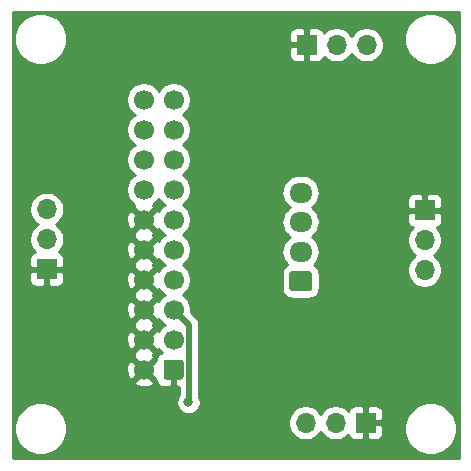
<source format=gbr>
%TF.GenerationSoftware,KiCad,Pcbnew,5.1.6-c6e7f7d~87~ubuntu18.04.1*%
%TF.CreationDate,2021-05-18T20:14:27+01:00*%
%TF.ProjectId,CheeseDistribution,43686565-7365-4446-9973-747269627574,rev?*%
%TF.SameCoordinates,Original*%
%TF.FileFunction,Copper,L2,Bot*%
%TF.FilePolarity,Positive*%
%FSLAX46Y46*%
G04 Gerber Fmt 4.6, Leading zero omitted, Abs format (unit mm)*
G04 Created by KiCad (PCBNEW 5.1.6-c6e7f7d~87~ubuntu18.04.1) date 2021-05-18 20:14:27*
%MOMM*%
%LPD*%
G01*
G04 APERTURE LIST*
%TA.AperFunction,ComponentPad*%
%ADD10C,1.700000*%
%TD*%
%TA.AperFunction,ComponentPad*%
%ADD11O,1.950000X1.700000*%
%TD*%
%TA.AperFunction,ComponentPad*%
%ADD12O,1.700000X1.700000*%
%TD*%
%TA.AperFunction,ComponentPad*%
%ADD13R,1.700000X1.700000*%
%TD*%
%TA.AperFunction,ViaPad*%
%ADD14C,0.800000*%
%TD*%
%TA.AperFunction,Conductor*%
%ADD15C,0.500000*%
%TD*%
%TA.AperFunction,Conductor*%
%ADD16C,0.254000*%
%TD*%
G04 APERTURE END LIST*
D10*
%TO.P,J1,20*%
%TO.N,2B*%
X169210000Y-103640000D03*
%TO.P,J1,18*%
%TO.N,2A*%
X169210000Y-106180000D03*
%TO.P,J1,16*%
%TO.N,1A*%
X169210000Y-108720000D03*
%TO.P,J1,14*%
%TO.N,1B*%
X169210000Y-111260000D03*
%TO.P,J1,12*%
%TO.N,GND*%
X169210000Y-113800000D03*
%TO.P,J1,10*%
X169210000Y-116340000D03*
%TO.P,J1,8*%
X169210000Y-118880000D03*
%TO.P,J1,6*%
X169210000Y-121420000D03*
%TO.P,J1,4*%
X169210000Y-123960000D03*
%TO.P,J1,2*%
X169210000Y-126500000D03*
%TO.P,J1,19*%
%TO.N,2B*%
X171750000Y-103640000D03*
%TO.P,J1,17*%
%TO.N,2A*%
X171750000Y-106180000D03*
%TO.P,J1,15*%
%TO.N,1A*%
X171750000Y-108720000D03*
%TO.P,J1,13*%
%TO.N,1B*%
X171750000Y-111260000D03*
%TO.P,J1,11*%
%TO.N,SERVO_3*%
X171750000Y-113800000D03*
%TO.P,J1,9*%
%TO.N,SERVO_2*%
X171750000Y-116340000D03*
%TO.P,J1,7*%
%TO.N,SERVO_1*%
X171750000Y-118880000D03*
%TO.P,J1,5*%
%TO.N,SERVO_0*%
X171750000Y-121420000D03*
%TO.P,J1,3*%
%TO.N,+5V*%
X171750000Y-123960000D03*
%TO.P,J1,1*%
%TO.N,GND*%
%TA.AperFunction,ComponentPad*%
G36*
G01*
X172600000Y-125900000D02*
X172600000Y-127100000D01*
G75*
G02*
X172350000Y-127350000I-250000J0D01*
G01*
X171150000Y-127350000D01*
G75*
G02*
X170900000Y-127100000I0J250000D01*
G01*
X170900000Y-125900000D01*
G75*
G02*
X171150000Y-125650000I250000J0D01*
G01*
X172350000Y-125650000D01*
G75*
G02*
X172600000Y-125900000I0J-250000D01*
G01*
G37*
%TD.AperFunction*%
%TD*%
D11*
%TO.P,J6,4*%
%TO.N,2B*%
X182500000Y-111500000D03*
%TO.P,J6,3*%
%TO.N,2A*%
X182500000Y-114000000D03*
%TO.P,J6,2*%
%TO.N,1A*%
X182500000Y-116500000D03*
%TO.P,J6,1*%
%TO.N,1B*%
%TA.AperFunction,ComponentPad*%
G36*
G01*
X183225000Y-119850000D02*
X181775000Y-119850000D01*
G75*
G02*
X181525000Y-119600000I0J250000D01*
G01*
X181525000Y-118400000D01*
G75*
G02*
X181775000Y-118150000I250000J0D01*
G01*
X183225000Y-118150000D01*
G75*
G02*
X183475000Y-118400000I0J-250000D01*
G01*
X183475000Y-119600000D01*
G75*
G02*
X183225000Y-119850000I-250000J0D01*
G01*
G37*
%TD.AperFunction*%
%TD*%
D12*
%TO.P,J5,3*%
%TO.N,SERVO_2*%
X193000000Y-118080000D03*
%TO.P,J5,2*%
%TO.N,+5V*%
X193000000Y-115540000D03*
D13*
%TO.P,J5,1*%
%TO.N,GND*%
X193000000Y-113000000D03*
%TD*%
D12*
%TO.P,J4,3*%
%TO.N,SERVO_1*%
X182920000Y-131000000D03*
%TO.P,J4,2*%
%TO.N,+5V*%
X185460000Y-131000000D03*
D13*
%TO.P,J4,1*%
%TO.N,GND*%
X188000000Y-131000000D03*
%TD*%
D12*
%TO.P,J3,3*%
%TO.N,SERVO_0*%
X161000000Y-112920000D03*
%TO.P,J3,2*%
%TO.N,+5V*%
X161000000Y-115460000D03*
D13*
%TO.P,J3,1*%
%TO.N,GND*%
X161000000Y-118000000D03*
%TD*%
D12*
%TO.P,J2,3*%
%TO.N,SERVO_3*%
X188080000Y-99000000D03*
%TO.P,J2,2*%
%TO.N,+5V*%
X185540000Y-99000000D03*
D13*
%TO.P,J2,1*%
%TO.N,GND*%
X183000000Y-99000000D03*
%TD*%
D14*
%TO.N,SERVO_0*%
X173000000Y-129250000D03*
%TD*%
D15*
%TO.N,SERVO_2*%
X192420000Y-118080000D02*
X193000000Y-118080000D01*
%TO.N,SERVO_0*%
X173050001Y-129199999D02*
X173000000Y-129250000D01*
X173050001Y-122720001D02*
X173050001Y-129199999D01*
X171750000Y-121420000D02*
X173050001Y-122720001D01*
%TD*%
D16*
%TO.N,GND*%
G36*
X195873000Y-134001662D02*
G01*
X158127000Y-134001662D01*
X158127000Y-131279872D01*
X158265000Y-131279872D01*
X158265000Y-131720128D01*
X158350890Y-132151925D01*
X158519369Y-132558669D01*
X158763962Y-132924729D01*
X159075271Y-133236038D01*
X159441331Y-133480631D01*
X159848075Y-133649110D01*
X160279872Y-133735000D01*
X160720128Y-133735000D01*
X161151925Y-133649110D01*
X161558669Y-133480631D01*
X161924729Y-133236038D01*
X162236038Y-132924729D01*
X162480631Y-132558669D01*
X162649110Y-132151925D01*
X162735000Y-131720128D01*
X162735000Y-131279872D01*
X162650237Y-130853740D01*
X181435000Y-130853740D01*
X181435000Y-131146260D01*
X181492068Y-131433158D01*
X181604010Y-131703411D01*
X181766525Y-131946632D01*
X181973368Y-132153475D01*
X182216589Y-132315990D01*
X182486842Y-132427932D01*
X182773740Y-132485000D01*
X183066260Y-132485000D01*
X183353158Y-132427932D01*
X183623411Y-132315990D01*
X183866632Y-132153475D01*
X184073475Y-131946632D01*
X184190000Y-131772240D01*
X184306525Y-131946632D01*
X184513368Y-132153475D01*
X184756589Y-132315990D01*
X185026842Y-132427932D01*
X185313740Y-132485000D01*
X185606260Y-132485000D01*
X185893158Y-132427932D01*
X186163411Y-132315990D01*
X186406632Y-132153475D01*
X186538487Y-132021620D01*
X186560498Y-132094180D01*
X186619463Y-132204494D01*
X186698815Y-132301185D01*
X186795506Y-132380537D01*
X186905820Y-132439502D01*
X187025518Y-132475812D01*
X187150000Y-132488072D01*
X187714250Y-132485000D01*
X187873000Y-132326250D01*
X187873000Y-131127000D01*
X188127000Y-131127000D01*
X188127000Y-132326250D01*
X188285750Y-132485000D01*
X188850000Y-132488072D01*
X188974482Y-132475812D01*
X189094180Y-132439502D01*
X189204494Y-132380537D01*
X189301185Y-132301185D01*
X189380537Y-132204494D01*
X189439502Y-132094180D01*
X189475812Y-131974482D01*
X189488072Y-131850000D01*
X189485000Y-131285750D01*
X189479122Y-131279872D01*
X191265000Y-131279872D01*
X191265000Y-131720128D01*
X191350890Y-132151925D01*
X191519369Y-132558669D01*
X191763962Y-132924729D01*
X192075271Y-133236038D01*
X192441331Y-133480631D01*
X192848075Y-133649110D01*
X193279872Y-133735000D01*
X193720128Y-133735000D01*
X194151925Y-133649110D01*
X194558669Y-133480631D01*
X194924729Y-133236038D01*
X195236038Y-132924729D01*
X195480631Y-132558669D01*
X195649110Y-132151925D01*
X195735000Y-131720128D01*
X195735000Y-131279872D01*
X195649110Y-130848075D01*
X195480631Y-130441331D01*
X195236038Y-130075271D01*
X194924729Y-129763962D01*
X194558669Y-129519369D01*
X194151925Y-129350890D01*
X193720128Y-129265000D01*
X193279872Y-129265000D01*
X192848075Y-129350890D01*
X192441331Y-129519369D01*
X192075271Y-129763962D01*
X191763962Y-130075271D01*
X191519369Y-130441331D01*
X191350890Y-130848075D01*
X191265000Y-131279872D01*
X189479122Y-131279872D01*
X189326250Y-131127000D01*
X188127000Y-131127000D01*
X187873000Y-131127000D01*
X187853000Y-131127000D01*
X187853000Y-130873000D01*
X187873000Y-130873000D01*
X187873000Y-129673750D01*
X188127000Y-129673750D01*
X188127000Y-130873000D01*
X189326250Y-130873000D01*
X189485000Y-130714250D01*
X189488072Y-130150000D01*
X189475812Y-130025518D01*
X189439502Y-129905820D01*
X189380537Y-129795506D01*
X189301185Y-129698815D01*
X189204494Y-129619463D01*
X189094180Y-129560498D01*
X188974482Y-129524188D01*
X188850000Y-129511928D01*
X188285750Y-129515000D01*
X188127000Y-129673750D01*
X187873000Y-129673750D01*
X187714250Y-129515000D01*
X187150000Y-129511928D01*
X187025518Y-129524188D01*
X186905820Y-129560498D01*
X186795506Y-129619463D01*
X186698815Y-129698815D01*
X186619463Y-129795506D01*
X186560498Y-129905820D01*
X186538487Y-129978380D01*
X186406632Y-129846525D01*
X186163411Y-129684010D01*
X185893158Y-129572068D01*
X185606260Y-129515000D01*
X185313740Y-129515000D01*
X185026842Y-129572068D01*
X184756589Y-129684010D01*
X184513368Y-129846525D01*
X184306525Y-130053368D01*
X184190000Y-130227760D01*
X184073475Y-130053368D01*
X183866632Y-129846525D01*
X183623411Y-129684010D01*
X183353158Y-129572068D01*
X183066260Y-129515000D01*
X182773740Y-129515000D01*
X182486842Y-129572068D01*
X182216589Y-129684010D01*
X181973368Y-129846525D01*
X181766525Y-130053368D01*
X181604010Y-130296589D01*
X181492068Y-130566842D01*
X181435000Y-130853740D01*
X162650237Y-130853740D01*
X162649110Y-130848075D01*
X162480631Y-130441331D01*
X162236038Y-130075271D01*
X161924729Y-129763962D01*
X161558669Y-129519369D01*
X161151925Y-129350890D01*
X160720128Y-129265000D01*
X160279872Y-129265000D01*
X159848075Y-129350890D01*
X159441331Y-129519369D01*
X159075271Y-129763962D01*
X158763962Y-130075271D01*
X158519369Y-130441331D01*
X158350890Y-130848075D01*
X158265000Y-131279872D01*
X158127000Y-131279872D01*
X158127000Y-127528397D01*
X168361208Y-127528397D01*
X168438843Y-127777472D01*
X168702883Y-127903371D01*
X168986411Y-127975339D01*
X169278531Y-127990611D01*
X169568019Y-127948599D01*
X169843747Y-127850919D01*
X169981157Y-127777472D01*
X170058792Y-127528397D01*
X169210000Y-126679605D01*
X168361208Y-127528397D01*
X158127000Y-127528397D01*
X158127000Y-126568531D01*
X167719389Y-126568531D01*
X167761401Y-126858019D01*
X167859081Y-127133747D01*
X167932528Y-127271157D01*
X168181603Y-127348792D01*
X169030395Y-126500000D01*
X168181603Y-125651208D01*
X167932528Y-125728843D01*
X167806629Y-125992883D01*
X167734661Y-126276411D01*
X167719389Y-126568531D01*
X158127000Y-126568531D01*
X158127000Y-124988397D01*
X168361208Y-124988397D01*
X168436514Y-125230000D01*
X168361208Y-125471603D01*
X169210000Y-126320395D01*
X170058792Y-125471603D01*
X169983486Y-125230000D01*
X170058792Y-124988397D01*
X169210000Y-124139605D01*
X168361208Y-124988397D01*
X158127000Y-124988397D01*
X158127000Y-124028531D01*
X167719389Y-124028531D01*
X167761401Y-124318019D01*
X167859081Y-124593747D01*
X167932528Y-124731157D01*
X168181603Y-124808792D01*
X169030395Y-123960000D01*
X168181603Y-123111208D01*
X167932528Y-123188843D01*
X167806629Y-123452883D01*
X167734661Y-123736411D01*
X167719389Y-124028531D01*
X158127000Y-124028531D01*
X158127000Y-122448397D01*
X168361208Y-122448397D01*
X168436514Y-122690000D01*
X168361208Y-122931603D01*
X169210000Y-123780395D01*
X170058792Y-122931603D01*
X169983486Y-122690000D01*
X170058792Y-122448397D01*
X169210000Y-121599605D01*
X168361208Y-122448397D01*
X158127000Y-122448397D01*
X158127000Y-121488531D01*
X167719389Y-121488531D01*
X167761401Y-121778019D01*
X167859081Y-122053747D01*
X167932528Y-122191157D01*
X168181603Y-122268792D01*
X169030395Y-121420000D01*
X168181603Y-120571208D01*
X167932528Y-120648843D01*
X167806629Y-120912883D01*
X167734661Y-121196411D01*
X167719389Y-121488531D01*
X158127000Y-121488531D01*
X158127000Y-119908397D01*
X168361208Y-119908397D01*
X168436514Y-120150000D01*
X168361208Y-120391603D01*
X169210000Y-121240395D01*
X170058792Y-120391603D01*
X169983486Y-120150000D01*
X170058792Y-119908397D01*
X169210000Y-119059605D01*
X168361208Y-119908397D01*
X158127000Y-119908397D01*
X158127000Y-118850000D01*
X159511928Y-118850000D01*
X159524188Y-118974482D01*
X159560498Y-119094180D01*
X159619463Y-119204494D01*
X159698815Y-119301185D01*
X159795506Y-119380537D01*
X159905820Y-119439502D01*
X160025518Y-119475812D01*
X160150000Y-119488072D01*
X160714250Y-119485000D01*
X160873000Y-119326250D01*
X160873000Y-118127000D01*
X161127000Y-118127000D01*
X161127000Y-119326250D01*
X161285750Y-119485000D01*
X161850000Y-119488072D01*
X161974482Y-119475812D01*
X162094180Y-119439502D01*
X162204494Y-119380537D01*
X162301185Y-119301185D01*
X162380537Y-119204494D01*
X162439502Y-119094180D01*
X162475812Y-118974482D01*
X162478367Y-118948531D01*
X167719389Y-118948531D01*
X167761401Y-119238019D01*
X167859081Y-119513747D01*
X167932528Y-119651157D01*
X168181603Y-119728792D01*
X169030395Y-118880000D01*
X168181603Y-118031208D01*
X167932528Y-118108843D01*
X167806629Y-118372883D01*
X167734661Y-118656411D01*
X167719389Y-118948531D01*
X162478367Y-118948531D01*
X162488072Y-118850000D01*
X162485000Y-118285750D01*
X162326250Y-118127000D01*
X161127000Y-118127000D01*
X160873000Y-118127000D01*
X159673750Y-118127000D01*
X159515000Y-118285750D01*
X159511928Y-118850000D01*
X158127000Y-118850000D01*
X158127000Y-117150000D01*
X159511928Y-117150000D01*
X159515000Y-117714250D01*
X159673750Y-117873000D01*
X160873000Y-117873000D01*
X160873000Y-117853000D01*
X161127000Y-117853000D01*
X161127000Y-117873000D01*
X162326250Y-117873000D01*
X162485000Y-117714250D01*
X162486882Y-117368397D01*
X168361208Y-117368397D01*
X168436514Y-117610000D01*
X168361208Y-117851603D01*
X169210000Y-118700395D01*
X170058792Y-117851603D01*
X169983486Y-117610000D01*
X170058792Y-117368397D01*
X169210000Y-116519605D01*
X168361208Y-117368397D01*
X162486882Y-117368397D01*
X162488072Y-117150000D01*
X162475812Y-117025518D01*
X162439502Y-116905820D01*
X162380537Y-116795506D01*
X162301185Y-116698815D01*
X162204494Y-116619463D01*
X162094180Y-116560498D01*
X162021620Y-116538487D01*
X162151576Y-116408531D01*
X167719389Y-116408531D01*
X167761401Y-116698019D01*
X167859081Y-116973747D01*
X167932528Y-117111157D01*
X168181603Y-117188792D01*
X169030395Y-116340000D01*
X168181603Y-115491208D01*
X167932528Y-115568843D01*
X167806629Y-115832883D01*
X167734661Y-116116411D01*
X167719389Y-116408531D01*
X162151576Y-116408531D01*
X162153475Y-116406632D01*
X162315990Y-116163411D01*
X162427932Y-115893158D01*
X162485000Y-115606260D01*
X162485000Y-115313740D01*
X162427932Y-115026842D01*
X162345734Y-114828397D01*
X168361208Y-114828397D01*
X168436514Y-115070000D01*
X168361208Y-115311603D01*
X169210000Y-116160395D01*
X170058792Y-115311603D01*
X169983486Y-115070000D01*
X170058792Y-114828397D01*
X169210000Y-113979605D01*
X168361208Y-114828397D01*
X162345734Y-114828397D01*
X162315990Y-114756589D01*
X162153475Y-114513368D01*
X161946632Y-114306525D01*
X161772240Y-114190000D01*
X161946632Y-114073475D01*
X162151576Y-113868531D01*
X167719389Y-113868531D01*
X167761401Y-114158019D01*
X167859081Y-114433747D01*
X167932528Y-114571157D01*
X168181603Y-114648792D01*
X169030395Y-113800000D01*
X168181603Y-112951208D01*
X167932528Y-113028843D01*
X167806629Y-113292883D01*
X167734661Y-113576411D01*
X167719389Y-113868531D01*
X162151576Y-113868531D01*
X162153475Y-113866632D01*
X162315990Y-113623411D01*
X162427932Y-113353158D01*
X162485000Y-113066260D01*
X162485000Y-112773740D01*
X162427932Y-112486842D01*
X162315990Y-112216589D01*
X162153475Y-111973368D01*
X161946632Y-111766525D01*
X161703411Y-111604010D01*
X161433158Y-111492068D01*
X161146260Y-111435000D01*
X160853740Y-111435000D01*
X160566842Y-111492068D01*
X160296589Y-111604010D01*
X160053368Y-111766525D01*
X159846525Y-111973368D01*
X159684010Y-112216589D01*
X159572068Y-112486842D01*
X159515000Y-112773740D01*
X159515000Y-113066260D01*
X159572068Y-113353158D01*
X159684010Y-113623411D01*
X159846525Y-113866632D01*
X160053368Y-114073475D01*
X160227760Y-114190000D01*
X160053368Y-114306525D01*
X159846525Y-114513368D01*
X159684010Y-114756589D01*
X159572068Y-115026842D01*
X159515000Y-115313740D01*
X159515000Y-115606260D01*
X159572068Y-115893158D01*
X159684010Y-116163411D01*
X159846525Y-116406632D01*
X159978380Y-116538487D01*
X159905820Y-116560498D01*
X159795506Y-116619463D01*
X159698815Y-116698815D01*
X159619463Y-116795506D01*
X159560498Y-116905820D01*
X159524188Y-117025518D01*
X159511928Y-117150000D01*
X158127000Y-117150000D01*
X158127000Y-103493740D01*
X167725000Y-103493740D01*
X167725000Y-103786260D01*
X167782068Y-104073158D01*
X167894010Y-104343411D01*
X168056525Y-104586632D01*
X168263368Y-104793475D01*
X168437760Y-104910000D01*
X168263368Y-105026525D01*
X168056525Y-105233368D01*
X167894010Y-105476589D01*
X167782068Y-105746842D01*
X167725000Y-106033740D01*
X167725000Y-106326260D01*
X167782068Y-106613158D01*
X167894010Y-106883411D01*
X168056525Y-107126632D01*
X168263368Y-107333475D01*
X168437760Y-107450000D01*
X168263368Y-107566525D01*
X168056525Y-107773368D01*
X167894010Y-108016589D01*
X167782068Y-108286842D01*
X167725000Y-108573740D01*
X167725000Y-108866260D01*
X167782068Y-109153158D01*
X167894010Y-109423411D01*
X168056525Y-109666632D01*
X168263368Y-109873475D01*
X168437760Y-109990000D01*
X168263368Y-110106525D01*
X168056525Y-110313368D01*
X167894010Y-110556589D01*
X167782068Y-110826842D01*
X167725000Y-111113740D01*
X167725000Y-111406260D01*
X167782068Y-111693158D01*
X167894010Y-111963411D01*
X168056525Y-112206632D01*
X168263368Y-112413475D01*
X168436729Y-112529311D01*
X168361208Y-112771603D01*
X169210000Y-113620395D01*
X170058792Y-112771603D01*
X169983271Y-112529311D01*
X170156632Y-112413475D01*
X170363475Y-112206632D01*
X170480000Y-112032240D01*
X170596525Y-112206632D01*
X170803368Y-112413475D01*
X170977760Y-112530000D01*
X170803368Y-112646525D01*
X170596525Y-112853368D01*
X170480689Y-113026729D01*
X170238397Y-112951208D01*
X169389605Y-113800000D01*
X170238397Y-114648792D01*
X170480689Y-114573271D01*
X170596525Y-114746632D01*
X170803368Y-114953475D01*
X170977760Y-115070000D01*
X170803368Y-115186525D01*
X170596525Y-115393368D01*
X170480689Y-115566729D01*
X170238397Y-115491208D01*
X169389605Y-116340000D01*
X170238397Y-117188792D01*
X170480689Y-117113271D01*
X170596525Y-117286632D01*
X170803368Y-117493475D01*
X170977760Y-117610000D01*
X170803368Y-117726525D01*
X170596525Y-117933368D01*
X170480689Y-118106729D01*
X170238397Y-118031208D01*
X169389605Y-118880000D01*
X170238397Y-119728792D01*
X170480689Y-119653271D01*
X170596525Y-119826632D01*
X170803368Y-120033475D01*
X170977760Y-120150000D01*
X170803368Y-120266525D01*
X170596525Y-120473368D01*
X170480689Y-120646729D01*
X170238397Y-120571208D01*
X169389605Y-121420000D01*
X170238397Y-122268792D01*
X170480689Y-122193271D01*
X170596525Y-122366632D01*
X170803368Y-122573475D01*
X170977760Y-122690000D01*
X170803368Y-122806525D01*
X170596525Y-123013368D01*
X170480689Y-123186729D01*
X170238397Y-123111208D01*
X169389605Y-123960000D01*
X170238397Y-124808792D01*
X170480689Y-124733271D01*
X170596525Y-124906632D01*
X170728380Y-125038487D01*
X170655820Y-125060498D01*
X170545506Y-125119463D01*
X170448815Y-125198815D01*
X170369463Y-125295506D01*
X170310498Y-125405820D01*
X170274188Y-125525518D01*
X170261928Y-125650000D01*
X170261975Y-125658557D01*
X170238397Y-125651208D01*
X169389605Y-126500000D01*
X170238397Y-127348792D01*
X170261975Y-127341443D01*
X170261928Y-127350000D01*
X170274188Y-127474482D01*
X170310498Y-127594180D01*
X170369463Y-127704494D01*
X170448815Y-127801185D01*
X170545506Y-127880537D01*
X170655820Y-127939502D01*
X170775518Y-127975812D01*
X170900000Y-127988072D01*
X171464250Y-127985000D01*
X171623000Y-127826250D01*
X171623000Y-126627000D01*
X171603000Y-126627000D01*
X171603000Y-126373000D01*
X171623000Y-126373000D01*
X171623000Y-126353000D01*
X171877000Y-126353000D01*
X171877000Y-126373000D01*
X171897000Y-126373000D01*
X171897000Y-126627000D01*
X171877000Y-126627000D01*
X171877000Y-127826250D01*
X172035750Y-127985000D01*
X172165002Y-127985704D01*
X172165002Y-128636712D01*
X172082795Y-128759744D01*
X172004774Y-128948102D01*
X171965000Y-129148061D01*
X171965000Y-129351939D01*
X172004774Y-129551898D01*
X172082795Y-129740256D01*
X172196063Y-129909774D01*
X172340226Y-130053937D01*
X172509744Y-130167205D01*
X172698102Y-130245226D01*
X172898061Y-130285000D01*
X173101939Y-130285000D01*
X173301898Y-130245226D01*
X173490256Y-130167205D01*
X173659774Y-130053937D01*
X173803937Y-129909774D01*
X173917205Y-129740256D01*
X173995226Y-129551898D01*
X174035000Y-129351939D01*
X174035000Y-129148061D01*
X173995226Y-128948102D01*
X173935001Y-128802707D01*
X173935001Y-122763467D01*
X173939282Y-122720000D01*
X173935001Y-122676534D01*
X173935001Y-122676524D01*
X173922196Y-122546511D01*
X173871590Y-122379688D01*
X173789412Y-122225942D01*
X173678818Y-122091184D01*
X173645051Y-122063472D01*
X173220539Y-121638960D01*
X173235000Y-121566260D01*
X173235000Y-121273740D01*
X173177932Y-120986842D01*
X173065990Y-120716589D01*
X172903475Y-120473368D01*
X172696632Y-120266525D01*
X172522240Y-120150000D01*
X172696632Y-120033475D01*
X172903475Y-119826632D01*
X173065990Y-119583411D01*
X173177932Y-119313158D01*
X173235000Y-119026260D01*
X173235000Y-118733740D01*
X173177932Y-118446842D01*
X173065990Y-118176589D01*
X172903475Y-117933368D01*
X172696632Y-117726525D01*
X172522240Y-117610000D01*
X172696632Y-117493475D01*
X172903475Y-117286632D01*
X173065990Y-117043411D01*
X173177932Y-116773158D01*
X173235000Y-116486260D01*
X173235000Y-116193740D01*
X173177932Y-115906842D01*
X173065990Y-115636589D01*
X172903475Y-115393368D01*
X172696632Y-115186525D01*
X172522240Y-115070000D01*
X172696632Y-114953475D01*
X172903475Y-114746632D01*
X173065990Y-114503411D01*
X173177932Y-114233158D01*
X173235000Y-113946260D01*
X173235000Y-113653740D01*
X173177932Y-113366842D01*
X173065990Y-113096589D01*
X172903475Y-112853368D01*
X172696632Y-112646525D01*
X172522240Y-112530000D01*
X172696632Y-112413475D01*
X172903475Y-112206632D01*
X173065990Y-111963411D01*
X173177932Y-111693158D01*
X173216353Y-111500000D01*
X180882815Y-111500000D01*
X180911487Y-111791111D01*
X180996401Y-112071034D01*
X181134294Y-112329014D01*
X181319866Y-112555134D01*
X181545986Y-112740706D01*
X181563374Y-112750000D01*
X181545986Y-112759294D01*
X181319866Y-112944866D01*
X181134294Y-113170986D01*
X180996401Y-113428966D01*
X180911487Y-113708889D01*
X180882815Y-114000000D01*
X180911487Y-114291111D01*
X180996401Y-114571034D01*
X181134294Y-114829014D01*
X181319866Y-115055134D01*
X181545986Y-115240706D01*
X181563374Y-115250000D01*
X181545986Y-115259294D01*
X181319866Y-115444866D01*
X181134294Y-115670986D01*
X180996401Y-115928966D01*
X180911487Y-116208889D01*
X180882815Y-116500000D01*
X180911487Y-116791111D01*
X180996401Y-117071034D01*
X181134294Y-117329014D01*
X181319866Y-117555134D01*
X181383337Y-117607223D01*
X181281614Y-117661595D01*
X181147038Y-117772038D01*
X181036595Y-117906614D01*
X180954528Y-118060150D01*
X180903992Y-118226746D01*
X180886928Y-118400000D01*
X180886928Y-119600000D01*
X180903992Y-119773254D01*
X180954528Y-119939850D01*
X181036595Y-120093386D01*
X181147038Y-120227962D01*
X181281614Y-120338405D01*
X181435150Y-120420472D01*
X181601746Y-120471008D01*
X181775000Y-120488072D01*
X183225000Y-120488072D01*
X183398254Y-120471008D01*
X183564850Y-120420472D01*
X183718386Y-120338405D01*
X183852962Y-120227962D01*
X183963405Y-120093386D01*
X184045472Y-119939850D01*
X184096008Y-119773254D01*
X184113072Y-119600000D01*
X184113072Y-118400000D01*
X184096008Y-118226746D01*
X184045472Y-118060150D01*
X183963405Y-117906614D01*
X183852962Y-117772038D01*
X183718386Y-117661595D01*
X183616663Y-117607223D01*
X183680134Y-117555134D01*
X183865706Y-117329014D01*
X184003599Y-117071034D01*
X184088513Y-116791111D01*
X184117185Y-116500000D01*
X184088513Y-116208889D01*
X184003599Y-115928966D01*
X183865706Y-115670986D01*
X183680134Y-115444866D01*
X183454014Y-115259294D01*
X183436626Y-115250000D01*
X183454014Y-115240706D01*
X183680134Y-115055134D01*
X183865706Y-114829014D01*
X184003599Y-114571034D01*
X184088513Y-114291111D01*
X184117185Y-114000000D01*
X184102412Y-113850000D01*
X191511928Y-113850000D01*
X191524188Y-113974482D01*
X191560498Y-114094180D01*
X191619463Y-114204494D01*
X191698815Y-114301185D01*
X191795506Y-114380537D01*
X191905820Y-114439502D01*
X191978380Y-114461513D01*
X191846525Y-114593368D01*
X191684010Y-114836589D01*
X191572068Y-115106842D01*
X191515000Y-115393740D01*
X191515000Y-115686260D01*
X191572068Y-115973158D01*
X191684010Y-116243411D01*
X191846525Y-116486632D01*
X192053368Y-116693475D01*
X192227760Y-116810000D01*
X192053368Y-116926525D01*
X191846525Y-117133368D01*
X191684010Y-117376589D01*
X191572068Y-117646842D01*
X191515000Y-117933740D01*
X191515000Y-118226260D01*
X191572068Y-118513158D01*
X191684010Y-118783411D01*
X191846525Y-119026632D01*
X192053368Y-119233475D01*
X192296589Y-119395990D01*
X192566842Y-119507932D01*
X192853740Y-119565000D01*
X193146260Y-119565000D01*
X193433158Y-119507932D01*
X193703411Y-119395990D01*
X193946632Y-119233475D01*
X194153475Y-119026632D01*
X194315990Y-118783411D01*
X194427932Y-118513158D01*
X194485000Y-118226260D01*
X194485000Y-117933740D01*
X194427932Y-117646842D01*
X194315990Y-117376589D01*
X194153475Y-117133368D01*
X193946632Y-116926525D01*
X193772240Y-116810000D01*
X193946632Y-116693475D01*
X194153475Y-116486632D01*
X194315990Y-116243411D01*
X194427932Y-115973158D01*
X194485000Y-115686260D01*
X194485000Y-115393740D01*
X194427932Y-115106842D01*
X194315990Y-114836589D01*
X194153475Y-114593368D01*
X194021620Y-114461513D01*
X194094180Y-114439502D01*
X194204494Y-114380537D01*
X194301185Y-114301185D01*
X194380537Y-114204494D01*
X194439502Y-114094180D01*
X194475812Y-113974482D01*
X194488072Y-113850000D01*
X194485000Y-113285750D01*
X194326250Y-113127000D01*
X193127000Y-113127000D01*
X193127000Y-113147000D01*
X192873000Y-113147000D01*
X192873000Y-113127000D01*
X191673750Y-113127000D01*
X191515000Y-113285750D01*
X191511928Y-113850000D01*
X184102412Y-113850000D01*
X184088513Y-113708889D01*
X184003599Y-113428966D01*
X183865706Y-113170986D01*
X183680134Y-112944866D01*
X183454014Y-112759294D01*
X183436626Y-112750000D01*
X183454014Y-112740706D01*
X183680134Y-112555134D01*
X183865706Y-112329014D01*
X183961390Y-112150000D01*
X191511928Y-112150000D01*
X191515000Y-112714250D01*
X191673750Y-112873000D01*
X192873000Y-112873000D01*
X192873000Y-111673750D01*
X193127000Y-111673750D01*
X193127000Y-112873000D01*
X194326250Y-112873000D01*
X194485000Y-112714250D01*
X194488072Y-112150000D01*
X194475812Y-112025518D01*
X194439502Y-111905820D01*
X194380537Y-111795506D01*
X194301185Y-111698815D01*
X194204494Y-111619463D01*
X194094180Y-111560498D01*
X193974482Y-111524188D01*
X193850000Y-111511928D01*
X193285750Y-111515000D01*
X193127000Y-111673750D01*
X192873000Y-111673750D01*
X192714250Y-111515000D01*
X192150000Y-111511928D01*
X192025518Y-111524188D01*
X191905820Y-111560498D01*
X191795506Y-111619463D01*
X191698815Y-111698815D01*
X191619463Y-111795506D01*
X191560498Y-111905820D01*
X191524188Y-112025518D01*
X191511928Y-112150000D01*
X183961390Y-112150000D01*
X184003599Y-112071034D01*
X184088513Y-111791111D01*
X184117185Y-111500000D01*
X184088513Y-111208889D01*
X184003599Y-110928966D01*
X183865706Y-110670986D01*
X183680134Y-110444866D01*
X183454014Y-110259294D01*
X183196034Y-110121401D01*
X182916111Y-110036487D01*
X182697950Y-110015000D01*
X182302050Y-110015000D01*
X182083889Y-110036487D01*
X181803966Y-110121401D01*
X181545986Y-110259294D01*
X181319866Y-110444866D01*
X181134294Y-110670986D01*
X180996401Y-110928966D01*
X180911487Y-111208889D01*
X180882815Y-111500000D01*
X173216353Y-111500000D01*
X173235000Y-111406260D01*
X173235000Y-111113740D01*
X173177932Y-110826842D01*
X173065990Y-110556589D01*
X172903475Y-110313368D01*
X172696632Y-110106525D01*
X172522240Y-109990000D01*
X172696632Y-109873475D01*
X172903475Y-109666632D01*
X173065990Y-109423411D01*
X173177932Y-109153158D01*
X173235000Y-108866260D01*
X173235000Y-108573740D01*
X173177932Y-108286842D01*
X173065990Y-108016589D01*
X172903475Y-107773368D01*
X172696632Y-107566525D01*
X172522240Y-107450000D01*
X172696632Y-107333475D01*
X172903475Y-107126632D01*
X173065990Y-106883411D01*
X173177932Y-106613158D01*
X173235000Y-106326260D01*
X173235000Y-106033740D01*
X173177932Y-105746842D01*
X173065990Y-105476589D01*
X172903475Y-105233368D01*
X172696632Y-105026525D01*
X172522240Y-104910000D01*
X172696632Y-104793475D01*
X172903475Y-104586632D01*
X173065990Y-104343411D01*
X173177932Y-104073158D01*
X173235000Y-103786260D01*
X173235000Y-103493740D01*
X173177932Y-103206842D01*
X173065990Y-102936589D01*
X172903475Y-102693368D01*
X172696632Y-102486525D01*
X172453411Y-102324010D01*
X172183158Y-102212068D01*
X171896260Y-102155000D01*
X171603740Y-102155000D01*
X171316842Y-102212068D01*
X171046589Y-102324010D01*
X170803368Y-102486525D01*
X170596525Y-102693368D01*
X170480000Y-102867760D01*
X170363475Y-102693368D01*
X170156632Y-102486525D01*
X169913411Y-102324010D01*
X169643158Y-102212068D01*
X169356260Y-102155000D01*
X169063740Y-102155000D01*
X168776842Y-102212068D01*
X168506589Y-102324010D01*
X168263368Y-102486525D01*
X168056525Y-102693368D01*
X167894010Y-102936589D01*
X167782068Y-103206842D01*
X167725000Y-103493740D01*
X158127000Y-103493740D01*
X158127000Y-98279872D01*
X158265000Y-98279872D01*
X158265000Y-98720128D01*
X158350890Y-99151925D01*
X158519369Y-99558669D01*
X158763962Y-99924729D01*
X159075271Y-100236038D01*
X159441331Y-100480631D01*
X159848075Y-100649110D01*
X160279872Y-100735000D01*
X160720128Y-100735000D01*
X161151925Y-100649110D01*
X161558669Y-100480631D01*
X161924729Y-100236038D01*
X162236038Y-99924729D01*
X162285970Y-99850000D01*
X181511928Y-99850000D01*
X181524188Y-99974482D01*
X181560498Y-100094180D01*
X181619463Y-100204494D01*
X181698815Y-100301185D01*
X181795506Y-100380537D01*
X181905820Y-100439502D01*
X182025518Y-100475812D01*
X182150000Y-100488072D01*
X182714250Y-100485000D01*
X182873000Y-100326250D01*
X182873000Y-99127000D01*
X181673750Y-99127000D01*
X181515000Y-99285750D01*
X181511928Y-99850000D01*
X162285970Y-99850000D01*
X162480631Y-99558669D01*
X162649110Y-99151925D01*
X162735000Y-98720128D01*
X162735000Y-98279872D01*
X162709167Y-98150000D01*
X181511928Y-98150000D01*
X181515000Y-98714250D01*
X181673750Y-98873000D01*
X182873000Y-98873000D01*
X182873000Y-97673750D01*
X183127000Y-97673750D01*
X183127000Y-98873000D01*
X183147000Y-98873000D01*
X183147000Y-99127000D01*
X183127000Y-99127000D01*
X183127000Y-100326250D01*
X183285750Y-100485000D01*
X183850000Y-100488072D01*
X183974482Y-100475812D01*
X184094180Y-100439502D01*
X184204494Y-100380537D01*
X184301185Y-100301185D01*
X184380537Y-100204494D01*
X184439502Y-100094180D01*
X184461513Y-100021620D01*
X184593368Y-100153475D01*
X184836589Y-100315990D01*
X185106842Y-100427932D01*
X185393740Y-100485000D01*
X185686260Y-100485000D01*
X185973158Y-100427932D01*
X186243411Y-100315990D01*
X186486632Y-100153475D01*
X186693475Y-99946632D01*
X186810000Y-99772240D01*
X186926525Y-99946632D01*
X187133368Y-100153475D01*
X187376589Y-100315990D01*
X187646842Y-100427932D01*
X187933740Y-100485000D01*
X188226260Y-100485000D01*
X188513158Y-100427932D01*
X188783411Y-100315990D01*
X189026632Y-100153475D01*
X189233475Y-99946632D01*
X189395990Y-99703411D01*
X189507932Y-99433158D01*
X189565000Y-99146260D01*
X189565000Y-98853740D01*
X189507932Y-98566842D01*
X189395990Y-98296589D01*
X189384821Y-98279872D01*
X191265000Y-98279872D01*
X191265000Y-98720128D01*
X191350890Y-99151925D01*
X191519369Y-99558669D01*
X191763962Y-99924729D01*
X192075271Y-100236038D01*
X192441331Y-100480631D01*
X192848075Y-100649110D01*
X193279872Y-100735000D01*
X193720128Y-100735000D01*
X194151925Y-100649110D01*
X194558669Y-100480631D01*
X194924729Y-100236038D01*
X195236038Y-99924729D01*
X195480631Y-99558669D01*
X195649110Y-99151925D01*
X195735000Y-98720128D01*
X195735000Y-98279872D01*
X195649110Y-97848075D01*
X195480631Y-97441331D01*
X195236038Y-97075271D01*
X194924729Y-96763962D01*
X194558669Y-96519369D01*
X194151925Y-96350890D01*
X193720128Y-96265000D01*
X193279872Y-96265000D01*
X192848075Y-96350890D01*
X192441331Y-96519369D01*
X192075271Y-96763962D01*
X191763962Y-97075271D01*
X191519369Y-97441331D01*
X191350890Y-97848075D01*
X191265000Y-98279872D01*
X189384821Y-98279872D01*
X189233475Y-98053368D01*
X189026632Y-97846525D01*
X188783411Y-97684010D01*
X188513158Y-97572068D01*
X188226260Y-97515000D01*
X187933740Y-97515000D01*
X187646842Y-97572068D01*
X187376589Y-97684010D01*
X187133368Y-97846525D01*
X186926525Y-98053368D01*
X186810000Y-98227760D01*
X186693475Y-98053368D01*
X186486632Y-97846525D01*
X186243411Y-97684010D01*
X185973158Y-97572068D01*
X185686260Y-97515000D01*
X185393740Y-97515000D01*
X185106842Y-97572068D01*
X184836589Y-97684010D01*
X184593368Y-97846525D01*
X184461513Y-97978380D01*
X184439502Y-97905820D01*
X184380537Y-97795506D01*
X184301185Y-97698815D01*
X184204494Y-97619463D01*
X184094180Y-97560498D01*
X183974482Y-97524188D01*
X183850000Y-97511928D01*
X183285750Y-97515000D01*
X183127000Y-97673750D01*
X182873000Y-97673750D01*
X182714250Y-97515000D01*
X182150000Y-97511928D01*
X182025518Y-97524188D01*
X181905820Y-97560498D01*
X181795506Y-97619463D01*
X181698815Y-97698815D01*
X181619463Y-97795506D01*
X181560498Y-97905820D01*
X181524188Y-98025518D01*
X181511928Y-98150000D01*
X162709167Y-98150000D01*
X162649110Y-97848075D01*
X162480631Y-97441331D01*
X162236038Y-97075271D01*
X161924729Y-96763962D01*
X161558669Y-96519369D01*
X161151925Y-96350890D01*
X160720128Y-96265000D01*
X160279872Y-96265000D01*
X159848075Y-96350890D01*
X159441331Y-96519369D01*
X159075271Y-96763962D01*
X158763962Y-97075271D01*
X158519369Y-97441331D01*
X158350890Y-97848075D01*
X158265000Y-98279872D01*
X158127000Y-98279872D01*
X158127000Y-96255662D01*
X195873000Y-96255662D01*
X195873000Y-134001662D01*
G37*
X195873000Y-134001662D02*
X158127000Y-134001662D01*
X158127000Y-131279872D01*
X158265000Y-131279872D01*
X158265000Y-131720128D01*
X158350890Y-132151925D01*
X158519369Y-132558669D01*
X158763962Y-132924729D01*
X159075271Y-133236038D01*
X159441331Y-133480631D01*
X159848075Y-133649110D01*
X160279872Y-133735000D01*
X160720128Y-133735000D01*
X161151925Y-133649110D01*
X161558669Y-133480631D01*
X161924729Y-133236038D01*
X162236038Y-132924729D01*
X162480631Y-132558669D01*
X162649110Y-132151925D01*
X162735000Y-131720128D01*
X162735000Y-131279872D01*
X162650237Y-130853740D01*
X181435000Y-130853740D01*
X181435000Y-131146260D01*
X181492068Y-131433158D01*
X181604010Y-131703411D01*
X181766525Y-131946632D01*
X181973368Y-132153475D01*
X182216589Y-132315990D01*
X182486842Y-132427932D01*
X182773740Y-132485000D01*
X183066260Y-132485000D01*
X183353158Y-132427932D01*
X183623411Y-132315990D01*
X183866632Y-132153475D01*
X184073475Y-131946632D01*
X184190000Y-131772240D01*
X184306525Y-131946632D01*
X184513368Y-132153475D01*
X184756589Y-132315990D01*
X185026842Y-132427932D01*
X185313740Y-132485000D01*
X185606260Y-132485000D01*
X185893158Y-132427932D01*
X186163411Y-132315990D01*
X186406632Y-132153475D01*
X186538487Y-132021620D01*
X186560498Y-132094180D01*
X186619463Y-132204494D01*
X186698815Y-132301185D01*
X186795506Y-132380537D01*
X186905820Y-132439502D01*
X187025518Y-132475812D01*
X187150000Y-132488072D01*
X187714250Y-132485000D01*
X187873000Y-132326250D01*
X187873000Y-131127000D01*
X188127000Y-131127000D01*
X188127000Y-132326250D01*
X188285750Y-132485000D01*
X188850000Y-132488072D01*
X188974482Y-132475812D01*
X189094180Y-132439502D01*
X189204494Y-132380537D01*
X189301185Y-132301185D01*
X189380537Y-132204494D01*
X189439502Y-132094180D01*
X189475812Y-131974482D01*
X189488072Y-131850000D01*
X189485000Y-131285750D01*
X189479122Y-131279872D01*
X191265000Y-131279872D01*
X191265000Y-131720128D01*
X191350890Y-132151925D01*
X191519369Y-132558669D01*
X191763962Y-132924729D01*
X192075271Y-133236038D01*
X192441331Y-133480631D01*
X192848075Y-133649110D01*
X193279872Y-133735000D01*
X193720128Y-133735000D01*
X194151925Y-133649110D01*
X194558669Y-133480631D01*
X194924729Y-133236038D01*
X195236038Y-132924729D01*
X195480631Y-132558669D01*
X195649110Y-132151925D01*
X195735000Y-131720128D01*
X195735000Y-131279872D01*
X195649110Y-130848075D01*
X195480631Y-130441331D01*
X195236038Y-130075271D01*
X194924729Y-129763962D01*
X194558669Y-129519369D01*
X194151925Y-129350890D01*
X193720128Y-129265000D01*
X193279872Y-129265000D01*
X192848075Y-129350890D01*
X192441331Y-129519369D01*
X192075271Y-129763962D01*
X191763962Y-130075271D01*
X191519369Y-130441331D01*
X191350890Y-130848075D01*
X191265000Y-131279872D01*
X189479122Y-131279872D01*
X189326250Y-131127000D01*
X188127000Y-131127000D01*
X187873000Y-131127000D01*
X187853000Y-131127000D01*
X187853000Y-130873000D01*
X187873000Y-130873000D01*
X187873000Y-129673750D01*
X188127000Y-129673750D01*
X188127000Y-130873000D01*
X189326250Y-130873000D01*
X189485000Y-130714250D01*
X189488072Y-130150000D01*
X189475812Y-130025518D01*
X189439502Y-129905820D01*
X189380537Y-129795506D01*
X189301185Y-129698815D01*
X189204494Y-129619463D01*
X189094180Y-129560498D01*
X188974482Y-129524188D01*
X188850000Y-129511928D01*
X188285750Y-129515000D01*
X188127000Y-129673750D01*
X187873000Y-129673750D01*
X187714250Y-129515000D01*
X187150000Y-129511928D01*
X187025518Y-129524188D01*
X186905820Y-129560498D01*
X186795506Y-129619463D01*
X186698815Y-129698815D01*
X186619463Y-129795506D01*
X186560498Y-129905820D01*
X186538487Y-129978380D01*
X186406632Y-129846525D01*
X186163411Y-129684010D01*
X185893158Y-129572068D01*
X185606260Y-129515000D01*
X185313740Y-129515000D01*
X185026842Y-129572068D01*
X184756589Y-129684010D01*
X184513368Y-129846525D01*
X184306525Y-130053368D01*
X184190000Y-130227760D01*
X184073475Y-130053368D01*
X183866632Y-129846525D01*
X183623411Y-129684010D01*
X183353158Y-129572068D01*
X183066260Y-129515000D01*
X182773740Y-129515000D01*
X182486842Y-129572068D01*
X182216589Y-129684010D01*
X181973368Y-129846525D01*
X181766525Y-130053368D01*
X181604010Y-130296589D01*
X181492068Y-130566842D01*
X181435000Y-130853740D01*
X162650237Y-130853740D01*
X162649110Y-130848075D01*
X162480631Y-130441331D01*
X162236038Y-130075271D01*
X161924729Y-129763962D01*
X161558669Y-129519369D01*
X161151925Y-129350890D01*
X160720128Y-129265000D01*
X160279872Y-129265000D01*
X159848075Y-129350890D01*
X159441331Y-129519369D01*
X159075271Y-129763962D01*
X158763962Y-130075271D01*
X158519369Y-130441331D01*
X158350890Y-130848075D01*
X158265000Y-131279872D01*
X158127000Y-131279872D01*
X158127000Y-127528397D01*
X168361208Y-127528397D01*
X168438843Y-127777472D01*
X168702883Y-127903371D01*
X168986411Y-127975339D01*
X169278531Y-127990611D01*
X169568019Y-127948599D01*
X169843747Y-127850919D01*
X169981157Y-127777472D01*
X170058792Y-127528397D01*
X169210000Y-126679605D01*
X168361208Y-127528397D01*
X158127000Y-127528397D01*
X158127000Y-126568531D01*
X167719389Y-126568531D01*
X167761401Y-126858019D01*
X167859081Y-127133747D01*
X167932528Y-127271157D01*
X168181603Y-127348792D01*
X169030395Y-126500000D01*
X168181603Y-125651208D01*
X167932528Y-125728843D01*
X167806629Y-125992883D01*
X167734661Y-126276411D01*
X167719389Y-126568531D01*
X158127000Y-126568531D01*
X158127000Y-124988397D01*
X168361208Y-124988397D01*
X168436514Y-125230000D01*
X168361208Y-125471603D01*
X169210000Y-126320395D01*
X170058792Y-125471603D01*
X169983486Y-125230000D01*
X170058792Y-124988397D01*
X169210000Y-124139605D01*
X168361208Y-124988397D01*
X158127000Y-124988397D01*
X158127000Y-124028531D01*
X167719389Y-124028531D01*
X167761401Y-124318019D01*
X167859081Y-124593747D01*
X167932528Y-124731157D01*
X168181603Y-124808792D01*
X169030395Y-123960000D01*
X168181603Y-123111208D01*
X167932528Y-123188843D01*
X167806629Y-123452883D01*
X167734661Y-123736411D01*
X167719389Y-124028531D01*
X158127000Y-124028531D01*
X158127000Y-122448397D01*
X168361208Y-122448397D01*
X168436514Y-122690000D01*
X168361208Y-122931603D01*
X169210000Y-123780395D01*
X170058792Y-122931603D01*
X169983486Y-122690000D01*
X170058792Y-122448397D01*
X169210000Y-121599605D01*
X168361208Y-122448397D01*
X158127000Y-122448397D01*
X158127000Y-121488531D01*
X167719389Y-121488531D01*
X167761401Y-121778019D01*
X167859081Y-122053747D01*
X167932528Y-122191157D01*
X168181603Y-122268792D01*
X169030395Y-121420000D01*
X168181603Y-120571208D01*
X167932528Y-120648843D01*
X167806629Y-120912883D01*
X167734661Y-121196411D01*
X167719389Y-121488531D01*
X158127000Y-121488531D01*
X158127000Y-119908397D01*
X168361208Y-119908397D01*
X168436514Y-120150000D01*
X168361208Y-120391603D01*
X169210000Y-121240395D01*
X170058792Y-120391603D01*
X169983486Y-120150000D01*
X170058792Y-119908397D01*
X169210000Y-119059605D01*
X168361208Y-119908397D01*
X158127000Y-119908397D01*
X158127000Y-118850000D01*
X159511928Y-118850000D01*
X159524188Y-118974482D01*
X159560498Y-119094180D01*
X159619463Y-119204494D01*
X159698815Y-119301185D01*
X159795506Y-119380537D01*
X159905820Y-119439502D01*
X160025518Y-119475812D01*
X160150000Y-119488072D01*
X160714250Y-119485000D01*
X160873000Y-119326250D01*
X160873000Y-118127000D01*
X161127000Y-118127000D01*
X161127000Y-119326250D01*
X161285750Y-119485000D01*
X161850000Y-119488072D01*
X161974482Y-119475812D01*
X162094180Y-119439502D01*
X162204494Y-119380537D01*
X162301185Y-119301185D01*
X162380537Y-119204494D01*
X162439502Y-119094180D01*
X162475812Y-118974482D01*
X162478367Y-118948531D01*
X167719389Y-118948531D01*
X167761401Y-119238019D01*
X167859081Y-119513747D01*
X167932528Y-119651157D01*
X168181603Y-119728792D01*
X169030395Y-118880000D01*
X168181603Y-118031208D01*
X167932528Y-118108843D01*
X167806629Y-118372883D01*
X167734661Y-118656411D01*
X167719389Y-118948531D01*
X162478367Y-118948531D01*
X162488072Y-118850000D01*
X162485000Y-118285750D01*
X162326250Y-118127000D01*
X161127000Y-118127000D01*
X160873000Y-118127000D01*
X159673750Y-118127000D01*
X159515000Y-118285750D01*
X159511928Y-118850000D01*
X158127000Y-118850000D01*
X158127000Y-117150000D01*
X159511928Y-117150000D01*
X159515000Y-117714250D01*
X159673750Y-117873000D01*
X160873000Y-117873000D01*
X160873000Y-117853000D01*
X161127000Y-117853000D01*
X161127000Y-117873000D01*
X162326250Y-117873000D01*
X162485000Y-117714250D01*
X162486882Y-117368397D01*
X168361208Y-117368397D01*
X168436514Y-117610000D01*
X168361208Y-117851603D01*
X169210000Y-118700395D01*
X170058792Y-117851603D01*
X169983486Y-117610000D01*
X170058792Y-117368397D01*
X169210000Y-116519605D01*
X168361208Y-117368397D01*
X162486882Y-117368397D01*
X162488072Y-117150000D01*
X162475812Y-117025518D01*
X162439502Y-116905820D01*
X162380537Y-116795506D01*
X162301185Y-116698815D01*
X162204494Y-116619463D01*
X162094180Y-116560498D01*
X162021620Y-116538487D01*
X162151576Y-116408531D01*
X167719389Y-116408531D01*
X167761401Y-116698019D01*
X167859081Y-116973747D01*
X167932528Y-117111157D01*
X168181603Y-117188792D01*
X169030395Y-116340000D01*
X168181603Y-115491208D01*
X167932528Y-115568843D01*
X167806629Y-115832883D01*
X167734661Y-116116411D01*
X167719389Y-116408531D01*
X162151576Y-116408531D01*
X162153475Y-116406632D01*
X162315990Y-116163411D01*
X162427932Y-115893158D01*
X162485000Y-115606260D01*
X162485000Y-115313740D01*
X162427932Y-115026842D01*
X162345734Y-114828397D01*
X168361208Y-114828397D01*
X168436514Y-115070000D01*
X168361208Y-115311603D01*
X169210000Y-116160395D01*
X170058792Y-115311603D01*
X169983486Y-115070000D01*
X170058792Y-114828397D01*
X169210000Y-113979605D01*
X168361208Y-114828397D01*
X162345734Y-114828397D01*
X162315990Y-114756589D01*
X162153475Y-114513368D01*
X161946632Y-114306525D01*
X161772240Y-114190000D01*
X161946632Y-114073475D01*
X162151576Y-113868531D01*
X167719389Y-113868531D01*
X167761401Y-114158019D01*
X167859081Y-114433747D01*
X167932528Y-114571157D01*
X168181603Y-114648792D01*
X169030395Y-113800000D01*
X168181603Y-112951208D01*
X167932528Y-113028843D01*
X167806629Y-113292883D01*
X167734661Y-113576411D01*
X167719389Y-113868531D01*
X162151576Y-113868531D01*
X162153475Y-113866632D01*
X162315990Y-113623411D01*
X162427932Y-113353158D01*
X162485000Y-113066260D01*
X162485000Y-112773740D01*
X162427932Y-112486842D01*
X162315990Y-112216589D01*
X162153475Y-111973368D01*
X161946632Y-111766525D01*
X161703411Y-111604010D01*
X161433158Y-111492068D01*
X161146260Y-111435000D01*
X160853740Y-111435000D01*
X160566842Y-111492068D01*
X160296589Y-111604010D01*
X160053368Y-111766525D01*
X159846525Y-111973368D01*
X159684010Y-112216589D01*
X159572068Y-112486842D01*
X159515000Y-112773740D01*
X159515000Y-113066260D01*
X159572068Y-113353158D01*
X159684010Y-113623411D01*
X159846525Y-113866632D01*
X160053368Y-114073475D01*
X160227760Y-114190000D01*
X160053368Y-114306525D01*
X159846525Y-114513368D01*
X159684010Y-114756589D01*
X159572068Y-115026842D01*
X159515000Y-115313740D01*
X159515000Y-115606260D01*
X159572068Y-115893158D01*
X159684010Y-116163411D01*
X159846525Y-116406632D01*
X159978380Y-116538487D01*
X159905820Y-116560498D01*
X159795506Y-116619463D01*
X159698815Y-116698815D01*
X159619463Y-116795506D01*
X159560498Y-116905820D01*
X159524188Y-117025518D01*
X159511928Y-117150000D01*
X158127000Y-117150000D01*
X158127000Y-103493740D01*
X167725000Y-103493740D01*
X167725000Y-103786260D01*
X167782068Y-104073158D01*
X167894010Y-104343411D01*
X168056525Y-104586632D01*
X168263368Y-104793475D01*
X168437760Y-104910000D01*
X168263368Y-105026525D01*
X168056525Y-105233368D01*
X167894010Y-105476589D01*
X167782068Y-105746842D01*
X167725000Y-106033740D01*
X167725000Y-106326260D01*
X167782068Y-106613158D01*
X167894010Y-106883411D01*
X168056525Y-107126632D01*
X168263368Y-107333475D01*
X168437760Y-107450000D01*
X168263368Y-107566525D01*
X168056525Y-107773368D01*
X167894010Y-108016589D01*
X167782068Y-108286842D01*
X167725000Y-108573740D01*
X167725000Y-108866260D01*
X167782068Y-109153158D01*
X167894010Y-109423411D01*
X168056525Y-109666632D01*
X168263368Y-109873475D01*
X168437760Y-109990000D01*
X168263368Y-110106525D01*
X168056525Y-110313368D01*
X167894010Y-110556589D01*
X167782068Y-110826842D01*
X167725000Y-111113740D01*
X167725000Y-111406260D01*
X167782068Y-111693158D01*
X167894010Y-111963411D01*
X168056525Y-112206632D01*
X168263368Y-112413475D01*
X168436729Y-112529311D01*
X168361208Y-112771603D01*
X169210000Y-113620395D01*
X170058792Y-112771603D01*
X169983271Y-112529311D01*
X170156632Y-112413475D01*
X170363475Y-112206632D01*
X170480000Y-112032240D01*
X170596525Y-112206632D01*
X170803368Y-112413475D01*
X170977760Y-112530000D01*
X170803368Y-112646525D01*
X170596525Y-112853368D01*
X170480689Y-113026729D01*
X170238397Y-112951208D01*
X169389605Y-113800000D01*
X170238397Y-114648792D01*
X170480689Y-114573271D01*
X170596525Y-114746632D01*
X170803368Y-114953475D01*
X170977760Y-115070000D01*
X170803368Y-115186525D01*
X170596525Y-115393368D01*
X170480689Y-115566729D01*
X170238397Y-115491208D01*
X169389605Y-116340000D01*
X170238397Y-117188792D01*
X170480689Y-117113271D01*
X170596525Y-117286632D01*
X170803368Y-117493475D01*
X170977760Y-117610000D01*
X170803368Y-117726525D01*
X170596525Y-117933368D01*
X170480689Y-118106729D01*
X170238397Y-118031208D01*
X169389605Y-118880000D01*
X170238397Y-119728792D01*
X170480689Y-119653271D01*
X170596525Y-119826632D01*
X170803368Y-120033475D01*
X170977760Y-120150000D01*
X170803368Y-120266525D01*
X170596525Y-120473368D01*
X170480689Y-120646729D01*
X170238397Y-120571208D01*
X169389605Y-121420000D01*
X170238397Y-122268792D01*
X170480689Y-122193271D01*
X170596525Y-122366632D01*
X170803368Y-122573475D01*
X170977760Y-122690000D01*
X170803368Y-122806525D01*
X170596525Y-123013368D01*
X170480689Y-123186729D01*
X170238397Y-123111208D01*
X169389605Y-123960000D01*
X170238397Y-124808792D01*
X170480689Y-124733271D01*
X170596525Y-124906632D01*
X170728380Y-125038487D01*
X170655820Y-125060498D01*
X170545506Y-125119463D01*
X170448815Y-125198815D01*
X170369463Y-125295506D01*
X170310498Y-125405820D01*
X170274188Y-125525518D01*
X170261928Y-125650000D01*
X170261975Y-125658557D01*
X170238397Y-125651208D01*
X169389605Y-126500000D01*
X170238397Y-127348792D01*
X170261975Y-127341443D01*
X170261928Y-127350000D01*
X170274188Y-127474482D01*
X170310498Y-127594180D01*
X170369463Y-127704494D01*
X170448815Y-127801185D01*
X170545506Y-127880537D01*
X170655820Y-127939502D01*
X170775518Y-127975812D01*
X170900000Y-127988072D01*
X171464250Y-127985000D01*
X171623000Y-127826250D01*
X171623000Y-126627000D01*
X171603000Y-126627000D01*
X171603000Y-126373000D01*
X171623000Y-126373000D01*
X171623000Y-126353000D01*
X171877000Y-126353000D01*
X171877000Y-126373000D01*
X171897000Y-126373000D01*
X171897000Y-126627000D01*
X171877000Y-126627000D01*
X171877000Y-127826250D01*
X172035750Y-127985000D01*
X172165002Y-127985704D01*
X172165002Y-128636712D01*
X172082795Y-128759744D01*
X172004774Y-128948102D01*
X171965000Y-129148061D01*
X171965000Y-129351939D01*
X172004774Y-129551898D01*
X172082795Y-129740256D01*
X172196063Y-129909774D01*
X172340226Y-130053937D01*
X172509744Y-130167205D01*
X172698102Y-130245226D01*
X172898061Y-130285000D01*
X173101939Y-130285000D01*
X173301898Y-130245226D01*
X173490256Y-130167205D01*
X173659774Y-130053937D01*
X173803937Y-129909774D01*
X173917205Y-129740256D01*
X173995226Y-129551898D01*
X174035000Y-129351939D01*
X174035000Y-129148061D01*
X173995226Y-128948102D01*
X173935001Y-128802707D01*
X173935001Y-122763467D01*
X173939282Y-122720000D01*
X173935001Y-122676534D01*
X173935001Y-122676524D01*
X173922196Y-122546511D01*
X173871590Y-122379688D01*
X173789412Y-122225942D01*
X173678818Y-122091184D01*
X173645051Y-122063472D01*
X173220539Y-121638960D01*
X173235000Y-121566260D01*
X173235000Y-121273740D01*
X173177932Y-120986842D01*
X173065990Y-120716589D01*
X172903475Y-120473368D01*
X172696632Y-120266525D01*
X172522240Y-120150000D01*
X172696632Y-120033475D01*
X172903475Y-119826632D01*
X173065990Y-119583411D01*
X173177932Y-119313158D01*
X173235000Y-119026260D01*
X173235000Y-118733740D01*
X173177932Y-118446842D01*
X173065990Y-118176589D01*
X172903475Y-117933368D01*
X172696632Y-117726525D01*
X172522240Y-117610000D01*
X172696632Y-117493475D01*
X172903475Y-117286632D01*
X173065990Y-117043411D01*
X173177932Y-116773158D01*
X173235000Y-116486260D01*
X173235000Y-116193740D01*
X173177932Y-115906842D01*
X173065990Y-115636589D01*
X172903475Y-115393368D01*
X172696632Y-115186525D01*
X172522240Y-115070000D01*
X172696632Y-114953475D01*
X172903475Y-114746632D01*
X173065990Y-114503411D01*
X173177932Y-114233158D01*
X173235000Y-113946260D01*
X173235000Y-113653740D01*
X173177932Y-113366842D01*
X173065990Y-113096589D01*
X172903475Y-112853368D01*
X172696632Y-112646525D01*
X172522240Y-112530000D01*
X172696632Y-112413475D01*
X172903475Y-112206632D01*
X173065990Y-111963411D01*
X173177932Y-111693158D01*
X173216353Y-111500000D01*
X180882815Y-111500000D01*
X180911487Y-111791111D01*
X180996401Y-112071034D01*
X181134294Y-112329014D01*
X181319866Y-112555134D01*
X181545986Y-112740706D01*
X181563374Y-112750000D01*
X181545986Y-112759294D01*
X181319866Y-112944866D01*
X181134294Y-113170986D01*
X180996401Y-113428966D01*
X180911487Y-113708889D01*
X180882815Y-114000000D01*
X180911487Y-114291111D01*
X180996401Y-114571034D01*
X181134294Y-114829014D01*
X181319866Y-115055134D01*
X181545986Y-115240706D01*
X181563374Y-115250000D01*
X181545986Y-115259294D01*
X181319866Y-115444866D01*
X181134294Y-115670986D01*
X180996401Y-115928966D01*
X180911487Y-116208889D01*
X180882815Y-116500000D01*
X180911487Y-116791111D01*
X180996401Y-117071034D01*
X181134294Y-117329014D01*
X181319866Y-117555134D01*
X181383337Y-117607223D01*
X181281614Y-117661595D01*
X181147038Y-117772038D01*
X181036595Y-117906614D01*
X180954528Y-118060150D01*
X180903992Y-118226746D01*
X180886928Y-118400000D01*
X180886928Y-119600000D01*
X180903992Y-119773254D01*
X180954528Y-119939850D01*
X181036595Y-120093386D01*
X181147038Y-120227962D01*
X181281614Y-120338405D01*
X181435150Y-120420472D01*
X181601746Y-120471008D01*
X181775000Y-120488072D01*
X183225000Y-120488072D01*
X183398254Y-120471008D01*
X183564850Y-120420472D01*
X183718386Y-120338405D01*
X183852962Y-120227962D01*
X183963405Y-120093386D01*
X184045472Y-119939850D01*
X184096008Y-119773254D01*
X184113072Y-119600000D01*
X184113072Y-118400000D01*
X184096008Y-118226746D01*
X184045472Y-118060150D01*
X183963405Y-117906614D01*
X183852962Y-117772038D01*
X183718386Y-117661595D01*
X183616663Y-117607223D01*
X183680134Y-117555134D01*
X183865706Y-117329014D01*
X184003599Y-117071034D01*
X184088513Y-116791111D01*
X184117185Y-116500000D01*
X184088513Y-116208889D01*
X184003599Y-115928966D01*
X183865706Y-115670986D01*
X183680134Y-115444866D01*
X183454014Y-115259294D01*
X183436626Y-115250000D01*
X183454014Y-115240706D01*
X183680134Y-115055134D01*
X183865706Y-114829014D01*
X184003599Y-114571034D01*
X184088513Y-114291111D01*
X184117185Y-114000000D01*
X184102412Y-113850000D01*
X191511928Y-113850000D01*
X191524188Y-113974482D01*
X191560498Y-114094180D01*
X191619463Y-114204494D01*
X191698815Y-114301185D01*
X191795506Y-114380537D01*
X191905820Y-114439502D01*
X191978380Y-114461513D01*
X191846525Y-114593368D01*
X191684010Y-114836589D01*
X191572068Y-115106842D01*
X191515000Y-115393740D01*
X191515000Y-115686260D01*
X191572068Y-115973158D01*
X191684010Y-116243411D01*
X191846525Y-116486632D01*
X192053368Y-116693475D01*
X192227760Y-116810000D01*
X192053368Y-116926525D01*
X191846525Y-117133368D01*
X191684010Y-117376589D01*
X191572068Y-117646842D01*
X191515000Y-117933740D01*
X191515000Y-118226260D01*
X191572068Y-118513158D01*
X191684010Y-118783411D01*
X191846525Y-119026632D01*
X192053368Y-119233475D01*
X192296589Y-119395990D01*
X192566842Y-119507932D01*
X192853740Y-119565000D01*
X193146260Y-119565000D01*
X193433158Y-119507932D01*
X193703411Y-119395990D01*
X193946632Y-119233475D01*
X194153475Y-119026632D01*
X194315990Y-118783411D01*
X194427932Y-118513158D01*
X194485000Y-118226260D01*
X194485000Y-117933740D01*
X194427932Y-117646842D01*
X194315990Y-117376589D01*
X194153475Y-117133368D01*
X193946632Y-116926525D01*
X193772240Y-116810000D01*
X193946632Y-116693475D01*
X194153475Y-116486632D01*
X194315990Y-116243411D01*
X194427932Y-115973158D01*
X194485000Y-115686260D01*
X194485000Y-115393740D01*
X194427932Y-115106842D01*
X194315990Y-114836589D01*
X194153475Y-114593368D01*
X194021620Y-114461513D01*
X194094180Y-114439502D01*
X194204494Y-114380537D01*
X194301185Y-114301185D01*
X194380537Y-114204494D01*
X194439502Y-114094180D01*
X194475812Y-113974482D01*
X194488072Y-113850000D01*
X194485000Y-113285750D01*
X194326250Y-113127000D01*
X193127000Y-113127000D01*
X193127000Y-113147000D01*
X192873000Y-113147000D01*
X192873000Y-113127000D01*
X191673750Y-113127000D01*
X191515000Y-113285750D01*
X191511928Y-113850000D01*
X184102412Y-113850000D01*
X184088513Y-113708889D01*
X184003599Y-113428966D01*
X183865706Y-113170986D01*
X183680134Y-112944866D01*
X183454014Y-112759294D01*
X183436626Y-112750000D01*
X183454014Y-112740706D01*
X183680134Y-112555134D01*
X183865706Y-112329014D01*
X183961390Y-112150000D01*
X191511928Y-112150000D01*
X191515000Y-112714250D01*
X191673750Y-112873000D01*
X192873000Y-112873000D01*
X192873000Y-111673750D01*
X193127000Y-111673750D01*
X193127000Y-112873000D01*
X194326250Y-112873000D01*
X194485000Y-112714250D01*
X194488072Y-112150000D01*
X194475812Y-112025518D01*
X194439502Y-111905820D01*
X194380537Y-111795506D01*
X194301185Y-111698815D01*
X194204494Y-111619463D01*
X194094180Y-111560498D01*
X193974482Y-111524188D01*
X193850000Y-111511928D01*
X193285750Y-111515000D01*
X193127000Y-111673750D01*
X192873000Y-111673750D01*
X192714250Y-111515000D01*
X192150000Y-111511928D01*
X192025518Y-111524188D01*
X191905820Y-111560498D01*
X191795506Y-111619463D01*
X191698815Y-111698815D01*
X191619463Y-111795506D01*
X191560498Y-111905820D01*
X191524188Y-112025518D01*
X191511928Y-112150000D01*
X183961390Y-112150000D01*
X184003599Y-112071034D01*
X184088513Y-111791111D01*
X184117185Y-111500000D01*
X184088513Y-111208889D01*
X184003599Y-110928966D01*
X183865706Y-110670986D01*
X183680134Y-110444866D01*
X183454014Y-110259294D01*
X183196034Y-110121401D01*
X182916111Y-110036487D01*
X182697950Y-110015000D01*
X182302050Y-110015000D01*
X182083889Y-110036487D01*
X181803966Y-110121401D01*
X181545986Y-110259294D01*
X181319866Y-110444866D01*
X181134294Y-110670986D01*
X180996401Y-110928966D01*
X180911487Y-111208889D01*
X180882815Y-111500000D01*
X173216353Y-111500000D01*
X173235000Y-111406260D01*
X173235000Y-111113740D01*
X173177932Y-110826842D01*
X173065990Y-110556589D01*
X172903475Y-110313368D01*
X172696632Y-110106525D01*
X172522240Y-109990000D01*
X172696632Y-109873475D01*
X172903475Y-109666632D01*
X173065990Y-109423411D01*
X173177932Y-109153158D01*
X173235000Y-108866260D01*
X173235000Y-108573740D01*
X173177932Y-108286842D01*
X173065990Y-108016589D01*
X172903475Y-107773368D01*
X172696632Y-107566525D01*
X172522240Y-107450000D01*
X172696632Y-107333475D01*
X172903475Y-107126632D01*
X173065990Y-106883411D01*
X173177932Y-106613158D01*
X173235000Y-106326260D01*
X173235000Y-106033740D01*
X173177932Y-105746842D01*
X173065990Y-105476589D01*
X172903475Y-105233368D01*
X172696632Y-105026525D01*
X172522240Y-104910000D01*
X172696632Y-104793475D01*
X172903475Y-104586632D01*
X173065990Y-104343411D01*
X173177932Y-104073158D01*
X173235000Y-103786260D01*
X173235000Y-103493740D01*
X173177932Y-103206842D01*
X173065990Y-102936589D01*
X172903475Y-102693368D01*
X172696632Y-102486525D01*
X172453411Y-102324010D01*
X172183158Y-102212068D01*
X171896260Y-102155000D01*
X171603740Y-102155000D01*
X171316842Y-102212068D01*
X171046589Y-102324010D01*
X170803368Y-102486525D01*
X170596525Y-102693368D01*
X170480000Y-102867760D01*
X170363475Y-102693368D01*
X170156632Y-102486525D01*
X169913411Y-102324010D01*
X169643158Y-102212068D01*
X169356260Y-102155000D01*
X169063740Y-102155000D01*
X168776842Y-102212068D01*
X168506589Y-102324010D01*
X168263368Y-102486525D01*
X168056525Y-102693368D01*
X167894010Y-102936589D01*
X167782068Y-103206842D01*
X167725000Y-103493740D01*
X158127000Y-103493740D01*
X158127000Y-98279872D01*
X158265000Y-98279872D01*
X158265000Y-98720128D01*
X158350890Y-99151925D01*
X158519369Y-99558669D01*
X158763962Y-99924729D01*
X159075271Y-100236038D01*
X159441331Y-100480631D01*
X159848075Y-100649110D01*
X160279872Y-100735000D01*
X160720128Y-100735000D01*
X161151925Y-100649110D01*
X161558669Y-100480631D01*
X161924729Y-100236038D01*
X162236038Y-99924729D01*
X162285970Y-99850000D01*
X181511928Y-99850000D01*
X181524188Y-99974482D01*
X181560498Y-100094180D01*
X181619463Y-100204494D01*
X181698815Y-100301185D01*
X181795506Y-100380537D01*
X181905820Y-100439502D01*
X182025518Y-100475812D01*
X182150000Y-100488072D01*
X182714250Y-100485000D01*
X182873000Y-100326250D01*
X182873000Y-99127000D01*
X181673750Y-99127000D01*
X181515000Y-99285750D01*
X181511928Y-99850000D01*
X162285970Y-99850000D01*
X162480631Y-99558669D01*
X162649110Y-99151925D01*
X162735000Y-98720128D01*
X162735000Y-98279872D01*
X162709167Y-98150000D01*
X181511928Y-98150000D01*
X181515000Y-98714250D01*
X181673750Y-98873000D01*
X182873000Y-98873000D01*
X182873000Y-97673750D01*
X183127000Y-97673750D01*
X183127000Y-98873000D01*
X183147000Y-98873000D01*
X183147000Y-99127000D01*
X183127000Y-99127000D01*
X183127000Y-100326250D01*
X183285750Y-100485000D01*
X183850000Y-100488072D01*
X183974482Y-100475812D01*
X184094180Y-100439502D01*
X184204494Y-100380537D01*
X184301185Y-100301185D01*
X184380537Y-100204494D01*
X184439502Y-100094180D01*
X184461513Y-100021620D01*
X184593368Y-100153475D01*
X184836589Y-100315990D01*
X185106842Y-100427932D01*
X185393740Y-100485000D01*
X185686260Y-100485000D01*
X185973158Y-100427932D01*
X186243411Y-100315990D01*
X186486632Y-100153475D01*
X186693475Y-99946632D01*
X186810000Y-99772240D01*
X186926525Y-99946632D01*
X187133368Y-100153475D01*
X187376589Y-100315990D01*
X187646842Y-100427932D01*
X187933740Y-100485000D01*
X188226260Y-100485000D01*
X188513158Y-100427932D01*
X188783411Y-100315990D01*
X189026632Y-100153475D01*
X189233475Y-99946632D01*
X189395990Y-99703411D01*
X189507932Y-99433158D01*
X189565000Y-99146260D01*
X189565000Y-98853740D01*
X189507932Y-98566842D01*
X189395990Y-98296589D01*
X189384821Y-98279872D01*
X191265000Y-98279872D01*
X191265000Y-98720128D01*
X191350890Y-99151925D01*
X191519369Y-99558669D01*
X191763962Y-99924729D01*
X192075271Y-100236038D01*
X192441331Y-100480631D01*
X192848075Y-100649110D01*
X193279872Y-100735000D01*
X193720128Y-100735000D01*
X194151925Y-100649110D01*
X194558669Y-100480631D01*
X194924729Y-100236038D01*
X195236038Y-99924729D01*
X195480631Y-99558669D01*
X195649110Y-99151925D01*
X195735000Y-98720128D01*
X195735000Y-98279872D01*
X195649110Y-97848075D01*
X195480631Y-97441331D01*
X195236038Y-97075271D01*
X194924729Y-96763962D01*
X194558669Y-96519369D01*
X194151925Y-96350890D01*
X193720128Y-96265000D01*
X193279872Y-96265000D01*
X192848075Y-96350890D01*
X192441331Y-96519369D01*
X192075271Y-96763962D01*
X191763962Y-97075271D01*
X191519369Y-97441331D01*
X191350890Y-97848075D01*
X191265000Y-98279872D01*
X189384821Y-98279872D01*
X189233475Y-98053368D01*
X189026632Y-97846525D01*
X188783411Y-97684010D01*
X188513158Y-97572068D01*
X188226260Y-97515000D01*
X187933740Y-97515000D01*
X187646842Y-97572068D01*
X187376589Y-97684010D01*
X187133368Y-97846525D01*
X186926525Y-98053368D01*
X186810000Y-98227760D01*
X186693475Y-98053368D01*
X186486632Y-97846525D01*
X186243411Y-97684010D01*
X185973158Y-97572068D01*
X185686260Y-97515000D01*
X185393740Y-97515000D01*
X185106842Y-97572068D01*
X184836589Y-97684010D01*
X184593368Y-97846525D01*
X184461513Y-97978380D01*
X184439502Y-97905820D01*
X184380537Y-97795506D01*
X184301185Y-97698815D01*
X184204494Y-97619463D01*
X184094180Y-97560498D01*
X183974482Y-97524188D01*
X183850000Y-97511928D01*
X183285750Y-97515000D01*
X183127000Y-97673750D01*
X182873000Y-97673750D01*
X182714250Y-97515000D01*
X182150000Y-97511928D01*
X182025518Y-97524188D01*
X181905820Y-97560498D01*
X181795506Y-97619463D01*
X181698815Y-97698815D01*
X181619463Y-97795506D01*
X181560498Y-97905820D01*
X181524188Y-98025518D01*
X181511928Y-98150000D01*
X162709167Y-98150000D01*
X162649110Y-97848075D01*
X162480631Y-97441331D01*
X162236038Y-97075271D01*
X161924729Y-96763962D01*
X161558669Y-96519369D01*
X161151925Y-96350890D01*
X160720128Y-96265000D01*
X160279872Y-96265000D01*
X159848075Y-96350890D01*
X159441331Y-96519369D01*
X159075271Y-96763962D01*
X158763962Y-97075271D01*
X158519369Y-97441331D01*
X158350890Y-97848075D01*
X158265000Y-98279872D01*
X158127000Y-98279872D01*
X158127000Y-96255662D01*
X195873000Y-96255662D01*
X195873000Y-134001662D01*
%TD*%
M02*

</source>
